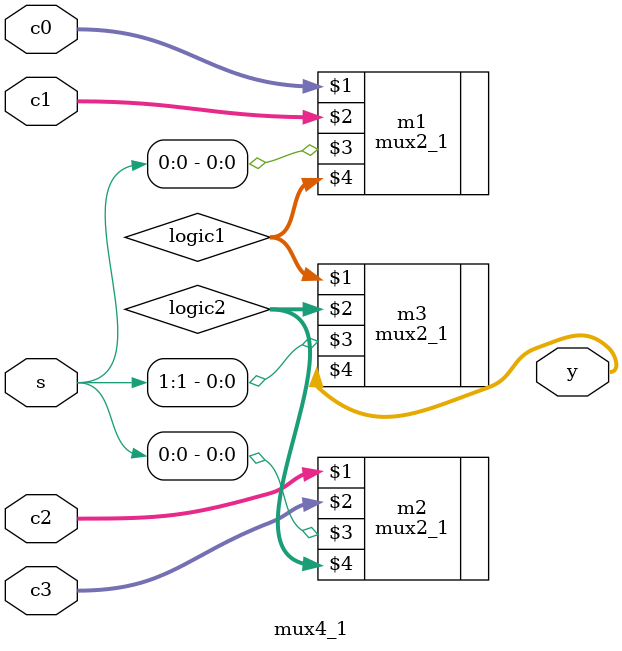
<source format=v>
module mux4_1(c0,c1,c2,c3,s,y);
  input[31:0] c0,c1,c2,c3;
  input[1:0] s;
  output[31:0] y;
  wire[31:0] logic1,logic2;
  mux2_1 m1(c0,c1,s[0],logic1); 
  mux2_1 m2(c2,c3,s[0],logic2);
  mux2_1 m3(logic1,logic2,s[1],y);   
endmodule
</source>
